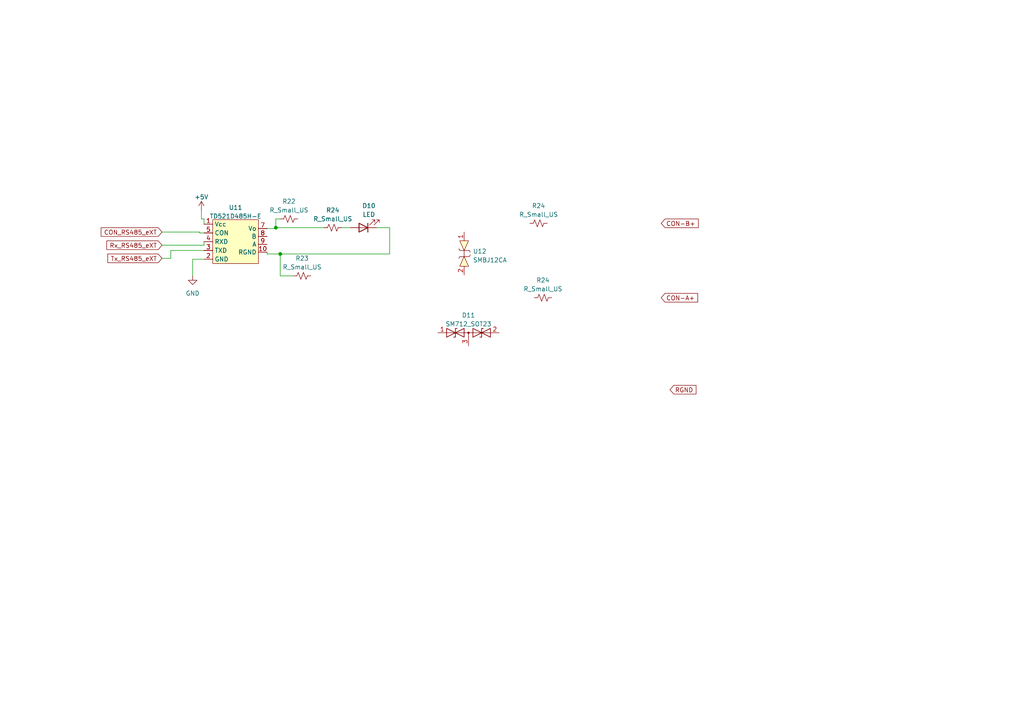
<source format=kicad_sch>
(kicad_sch (version 20230121) (generator eeschema)

  (uuid 058695a2-ad8f-40fd-a301-8e1d8656ddfe)

  (paper "A4")

  (lib_symbols
    (symbol "Device:LED" (pin_numbers hide) (pin_names (offset 1.016) hide) (in_bom yes) (on_board yes)
      (property "Reference" "D" (at 0 2.54 0)
        (effects (font (size 1.27 1.27)))
      )
      (property "Value" "LED" (at 0 -2.54 0)
        (effects (font (size 1.27 1.27)))
      )
      (property "Footprint" "" (at 0 0 0)
        (effects (font (size 1.27 1.27)) hide)
      )
      (property "Datasheet" "~" (at 0 0 0)
        (effects (font (size 1.27 1.27)) hide)
      )
      (property "ki_keywords" "LED diode" (at 0 0 0)
        (effects (font (size 1.27 1.27)) hide)
      )
      (property "ki_description" "Light emitting diode" (at 0 0 0)
        (effects (font (size 1.27 1.27)) hide)
      )
      (property "ki_fp_filters" "LED* LED_SMD:* LED_THT:*" (at 0 0 0)
        (effects (font (size 1.27 1.27)) hide)
      )
      (symbol "LED_0_1"
        (polyline
          (pts
            (xy -1.27 -1.27)
            (xy -1.27 1.27)
          )
          (stroke (width 0.254) (type default))
          (fill (type none))
        )
        (polyline
          (pts
            (xy -1.27 0)
            (xy 1.27 0)
          )
          (stroke (width 0) (type default))
          (fill (type none))
        )
        (polyline
          (pts
            (xy 1.27 -1.27)
            (xy 1.27 1.27)
            (xy -1.27 0)
            (xy 1.27 -1.27)
          )
          (stroke (width 0.254) (type default))
          (fill (type none))
        )
        (polyline
          (pts
            (xy -3.048 -0.762)
            (xy -4.572 -2.286)
            (xy -3.81 -2.286)
            (xy -4.572 -2.286)
            (xy -4.572 -1.524)
          )
          (stroke (width 0) (type default))
          (fill (type none))
        )
        (polyline
          (pts
            (xy -1.778 -0.762)
            (xy -3.302 -2.286)
            (xy -2.54 -2.286)
            (xy -3.302 -2.286)
            (xy -3.302 -1.524)
          )
          (stroke (width 0) (type default))
          (fill (type none))
        )
      )
      (symbol "LED_1_1"
        (pin passive line (at -3.81 0 0) (length 2.54)
          (name "K" (effects (font (size 1.27 1.27))))
          (number "1" (effects (font (size 1.27 1.27))))
        )
        (pin passive line (at 3.81 0 180) (length 2.54)
          (name "A" (effects (font (size 1.27 1.27))))
          (number "2" (effects (font (size 1.27 1.27))))
        )
      )
    )
    (symbol "Device:R_Small_US" (pin_numbers hide) (pin_names (offset 0.254) hide) (in_bom yes) (on_board yes)
      (property "Reference" "R" (at 0.762 0.508 0)
        (effects (font (size 1.27 1.27)) (justify left))
      )
      (property "Value" "R_Small_US" (at 0.762 -1.016 0)
        (effects (font (size 1.27 1.27)) (justify left))
      )
      (property "Footprint" "" (at 0 0 0)
        (effects (font (size 1.27 1.27)) hide)
      )
      (property "Datasheet" "~" (at 0 0 0)
        (effects (font (size 1.27 1.27)) hide)
      )
      (property "ki_keywords" "r resistor" (at 0 0 0)
        (effects (font (size 1.27 1.27)) hide)
      )
      (property "ki_description" "Resistor, small US symbol" (at 0 0 0)
        (effects (font (size 1.27 1.27)) hide)
      )
      (property "ki_fp_filters" "R_*" (at 0 0 0)
        (effects (font (size 1.27 1.27)) hide)
      )
      (symbol "R_Small_US_1_1"
        (polyline
          (pts
            (xy 0 0)
            (xy 1.016 -0.381)
            (xy 0 -0.762)
            (xy -1.016 -1.143)
            (xy 0 -1.524)
          )
          (stroke (width 0) (type default))
          (fill (type none))
        )
        (polyline
          (pts
            (xy 0 1.524)
            (xy 1.016 1.143)
            (xy 0 0.762)
            (xy -1.016 0.381)
            (xy 0 0)
          )
          (stroke (width 0) (type default))
          (fill (type none))
        )
        (pin passive line (at 0 2.54 270) (length 1.016)
          (name "~" (effects (font (size 1.27 1.27))))
          (number "1" (effects (font (size 1.27 1.27))))
        )
        (pin passive line (at 0 -2.54 90) (length 1.016)
          (name "~" (effects (font (size 1.27 1.27))))
          (number "2" (effects (font (size 1.27 1.27))))
        )
      )
    )
    (symbol "Diode:SM712_SOT23" (pin_names (offset 1.016) hide) (in_bom yes) (on_board yes)
      (property "Reference" "D" (at 0 4.445 0)
        (effects (font (size 1.27 1.27)))
      )
      (property "Value" "SM712_SOT23" (at 0 2.54 0)
        (effects (font (size 1.27 1.27)))
      )
      (property "Footprint" "Package_TO_SOT_SMD:SOT-23" (at 0 -8.89 0)
        (effects (font (size 1.27 1.27)) hide)
      )
      (property "Datasheet" "https://www.littelfuse.com/~/media/electronics/datasheets/tvs_diode_arrays/littelfuse_tvs_diode_array_sm712_datasheet.pdf.pdf" (at -3.81 0 0)
        (effects (font (size 1.27 1.27)) hide)
      )
      (property "ki_keywords" "transient voltage suppressor thyrector transil" (at 0 0 0)
        (effects (font (size 1.27 1.27)) hide)
      )
      (property "ki_description" "7V/12V, 600W Asymmetrical TVS Diode Array, SOT-23" (at 0 0 0)
        (effects (font (size 1.27 1.27)) hide)
      )
      (property "ki_fp_filters" "SOT?23*" (at 0 0 0)
        (effects (font (size 1.27 1.27)) hide)
      )
      (symbol "SM712_SOT23_0_0"
        (polyline
          (pts
            (xy 0 -1.27)
            (xy 0 0)
          )
          (stroke (width 0) (type default))
          (fill (type none))
        )
      )
      (symbol "SM712_SOT23_0_1"
        (polyline
          (pts
            (xy -6.35 0)
            (xy 6.35 0)
          )
          (stroke (width 0) (type default))
          (fill (type none))
        )
        (polyline
          (pts
            (xy -3.302 1.27)
            (xy -3.81 1.27)
            (xy -3.81 -1.27)
            (xy -4.318 -1.27)
          )
          (stroke (width 0.2032) (type default))
          (fill (type none))
        )
        (polyline
          (pts
            (xy 4.318 1.27)
            (xy 3.81 1.27)
            (xy 3.81 -1.27)
            (xy 3.302 -1.27)
          )
          (stroke (width 0.2032) (type default))
          (fill (type none))
        )
        (polyline
          (pts
            (xy -6.35 -1.27)
            (xy -1.27 1.27)
            (xy -1.27 -1.27)
            (xy -6.35 1.27)
            (xy -6.35 -1.27)
          )
          (stroke (width 0.2032) (type default))
          (fill (type none))
        )
        (polyline
          (pts
            (xy 1.27 -1.27)
            (xy 1.27 1.27)
            (xy 6.35 -1.27)
            (xy 6.35 1.27)
            (xy 1.27 -1.27)
          )
          (stroke (width 0.2032) (type default))
          (fill (type none))
        )
        (circle (center 0 0) (radius 0.254)
          (stroke (width 0) (type default))
          (fill (type outline))
        )
      )
      (symbol "SM712_SOT23_1_1"
        (pin passive line (at -8.89 0 0) (length 2.54)
          (name "A1" (effects (font (size 1.27 1.27))))
          (number "1" (effects (font (size 1.27 1.27))))
        )
        (pin passive line (at 8.89 0 180) (length 2.54)
          (name "A2" (effects (font (size 1.27 1.27))))
          (number "2" (effects (font (size 1.27 1.27))))
        )
        (pin input line (at 0 -3.81 90) (length 2.54)
          (name "common" (effects (font (size 1.27 1.27))))
          (number "3" (effects (font (size 1.27 1.27))))
        )
      )
    )
    (symbol "nuevos simvolos:SMBJ12CA" (in_bom yes) (on_board yes)
      (property "Reference" "U" (at 6.858 5.588 0)
        (effects (font (size 1.27 1.27)))
      )
      (property "Value" "SMBJ12CA" (at 6.858 4.064 0)
        (effects (font (size 1.27 1.27)))
      )
      (property "Footprint" "nuevo simbolo:SMBJ12CA" (at 6.858 5.588 0)
        (effects (font (size 1.27 1.27)) hide)
      )
      (property "Datasheet" "https://pdf1.alldatasheet.com/datasheet-pdf/view/568474/SOCAY/SMBJ12CA.html" (at 6.858 5.588 0)
        (effects (font (size 1.27 1.27)) hide)
      )
      (symbol "SMBJ12CA_0_1"
        (polyline
          (pts
            (xy 0 7.366)
            (xy 0 5.588)
          )
          (stroke (width 0) (type default))
          (fill (type none))
        )
        (polyline
          (pts
            (xy -1.524 5.08)
            (xy -1.27 5.588)
            (xy 1.524 5.588)
            (xy 1.778 6.096)
          )
          (stroke (width 0) (type default))
          (fill (type none))
        )
        (polyline
          (pts
            (xy -1.524 7.874)
            (xy -1.27 7.366)
            (xy 1.524 7.366)
            (xy 1.778 6.858)
          )
          (stroke (width 0) (type default))
          (fill (type none))
        )
        (polyline
          (pts
            (xy 0 5.588)
            (xy -1.27 2.794)
            (xy 1.27 2.794)
            (xy 0 5.588)
          )
          (stroke (width 0) (type default))
          (fill (type background))
        )
        (polyline
          (pts
            (xy 0 7.366)
            (xy -1.27 10.16)
            (xy 1.27 10.16)
            (xy 0 7.366)
          )
          (stroke (width 0) (type default))
          (fill (type background))
        )
      )
      (symbol "SMBJ12CA_1_1"
        (pin bidirectional line (at 0 12.7 270) (length 2.54)
          (name "" (effects (font (size 1.27 1.27))))
          (number "1" (effects (font (size 1.27 1.27))))
        )
        (pin bidirectional line (at 0 0.254 90) (length 2.54)
          (name "" (effects (font (size 1.27 1.27))))
          (number "2" (effects (font (size 1.27 1.27))))
        )
      )
    )
    (symbol "nuevos simvolos:TD521D485H-E" (in_bom yes) (on_board yes)
      (property "Reference" "U" (at 0 0 0)
        (effects (font (size 1.27 1.27)))
      )
      (property "Value" "TD521D485H-E" (at 0.254 -1.524 0)
        (effects (font (size 1.27 1.27)))
      )
      (property "Footprint" "nuevo simbolo:TD521D485H-E" (at 0 0 0)
        (effects (font (size 1.27 1.27)) hide)
      )
      (property "Datasheet" "https://www.digchip.com/datasheets/parts/datasheet/2/1007/TD521D485H-E-pdf.php" (at 0 0 0)
        (effects (font (size 1.27 1.27)) hide)
      )
      (symbol "TD521D485H-E_0_1"
        (rectangle (start -6.35 14.224) (end 6.858 1.524)
          (stroke (width 0) (type default))
          (fill (type background))
        )
      )
      (symbol "TD521D485H-E_1_1"
        (pin input line (at -8.89 12.954 0) (length 2.54)
          (name "Vcc" (effects (font (size 1.27 1.27))))
          (number "1" (effects (font (size 1.27 1.27))))
        )
        (pin output line (at 9.398 4.826 180) (length 2.54)
          (name "RGND" (effects (font (size 1.27 1.27))))
          (number "10" (effects (font (size 1.27 1.27))))
        )
        (pin output line (at -8.89 2.794 0) (length 2.54)
          (name "GND" (effects (font (size 1.27 1.27))))
          (number "2" (effects (font (size 1.27 1.27))))
        )
        (pin bidirectional line (at -8.89 5.334 0) (length 2.54)
          (name "TXD" (effects (font (size 1.27 1.27))))
          (number "3" (effects (font (size 1.27 1.27))))
        )
        (pin bidirectional line (at -8.89 7.874 0) (length 2.54)
          (name "RXD" (effects (font (size 1.27 1.27))))
          (number "4" (effects (font (size 1.27 1.27))))
        )
        (pin bidirectional line (at -8.89 10.414 0) (length 2.54)
          (name "CON" (effects (font (size 1.27 1.27))))
          (number "5" (effects (font (size 1.27 1.27))))
        )
        (pin output line (at 9.398 11.684 180) (length 2.54)
          (name "Vo" (effects (font (size 1.27 1.27))))
          (number "7" (effects (font (size 1.27 1.27))))
        )
        (pin bidirectional line (at 9.398 9.398 180) (length 2.54)
          (name "B" (effects (font (size 1.27 1.27))))
          (number "8" (effects (font (size 1.27 1.27))))
        )
        (pin bidirectional line (at 9.398 7.112 180) (length 2.54)
          (name "A" (effects (font (size 1.27 1.27))))
          (number "9" (effects (font (size 1.27 1.27))))
        )
      )
    )
    (symbol "power:+5V" (power) (pin_names (offset 0)) (in_bom yes) (on_board yes)
      (property "Reference" "#PWR" (at 0 -3.81 0)
        (effects (font (size 1.27 1.27)) hide)
      )
      (property "Value" "+5V" (at 0 3.556 0)
        (effects (font (size 1.27 1.27)))
      )
      (property "Footprint" "" (at 0 0 0)
        (effects (font (size 1.27 1.27)) hide)
      )
      (property "Datasheet" "" (at 0 0 0)
        (effects (font (size 1.27 1.27)) hide)
      )
      (property "ki_keywords" "global power" (at 0 0 0)
        (effects (font (size 1.27 1.27)) hide)
      )
      (property "ki_description" "Power symbol creates a global label with name \"+5V\"" (at 0 0 0)
        (effects (font (size 1.27 1.27)) hide)
      )
      (symbol "+5V_0_1"
        (polyline
          (pts
            (xy -0.762 1.27)
            (xy 0 2.54)
          )
          (stroke (width 0) (type default))
          (fill (type none))
        )
        (polyline
          (pts
            (xy 0 0)
            (xy 0 2.54)
          )
          (stroke (width 0) (type default))
          (fill (type none))
        )
        (polyline
          (pts
            (xy 0 2.54)
            (xy 0.762 1.27)
          )
          (stroke (width 0) (type default))
          (fill (type none))
        )
      )
      (symbol "+5V_1_1"
        (pin power_in line (at 0 0 90) (length 0) hide
          (name "+5V" (effects (font (size 1.27 1.27))))
          (number "1" (effects (font (size 1.27 1.27))))
        )
      )
    )
    (symbol "power:GND" (power) (pin_names (offset 0)) (in_bom yes) (on_board yes)
      (property "Reference" "#PWR" (at 0 -6.35 0)
        (effects (font (size 1.27 1.27)) hide)
      )
      (property "Value" "GND" (at 0 -3.81 0)
        (effects (font (size 1.27 1.27)))
      )
      (property "Footprint" "" (at 0 0 0)
        (effects (font (size 1.27 1.27)) hide)
      )
      (property "Datasheet" "" (at 0 0 0)
        (effects (font (size 1.27 1.27)) hide)
      )
      (property "ki_keywords" "global power" (at 0 0 0)
        (effects (font (size 1.27 1.27)) hide)
      )
      (property "ki_description" "Power symbol creates a global label with name \"GND\" , ground" (at 0 0 0)
        (effects (font (size 1.27 1.27)) hide)
      )
      (symbol "GND_0_1"
        (polyline
          (pts
            (xy 0 0)
            (xy 0 -1.27)
            (xy 1.27 -1.27)
            (xy 0 -2.54)
            (xy -1.27 -1.27)
            (xy 0 -1.27)
          )
          (stroke (width 0) (type default))
          (fill (type none))
        )
      )
      (symbol "GND_1_1"
        (pin power_in line (at 0 0 270) (length 0) hide
          (name "GND" (effects (font (size 1.27 1.27))))
          (number "1" (effects (font (size 1.27 1.27))))
        )
      )
    )
  )

  (junction (at 81.28 73.66) (diameter 0) (color 0 0 0 0)
    (uuid 6b6b6fa4-e9b5-4c9b-8ef0-04c19bab624e)
  )
  (junction (at 80.01 66.04) (diameter 0) (color 0 0 0 0)
    (uuid f4cce315-7c32-4a49-9744-20958e5402d1)
  )

  (wire (pts (xy 59.182 75.184) (xy 55.88 75.184))
    (stroke (width 0) (type default))
    (uuid 069a2e68-94cd-4d2c-a57c-6eb6ab163969)
  )
  (wire (pts (xy 57.912 67.31) (xy 46.99 67.31))
    (stroke (width 0) (type default))
    (uuid 0daa636c-6748-4fb2-98ef-d0eb3c02486f)
  )
  (wire (pts (xy 81.28 80.01) (xy 85.09 80.01))
    (stroke (width 0) (type default))
    (uuid 118610a9-be8a-485c-8b84-793451efa327)
  )
  (wire (pts (xy 57.912 67.564) (xy 57.912 67.31))
    (stroke (width 0) (type default))
    (uuid 21340b0e-01ea-457f-b559-d2e2bc75ff8d)
  )
  (wire (pts (xy 80.01 66.294) (xy 80.01 66.04))
    (stroke (width 0) (type default))
    (uuid 24d2fbd9-f01e-45a4-b52f-b57c33149f3d)
  )
  (wire (pts (xy 55.88 75.184) (xy 55.88 80.01))
    (stroke (width 0) (type default))
    (uuid 27080eab-fa88-4da4-8a5e-abe726680d93)
  )
  (wire (pts (xy 59.182 70.104) (xy 59.182 71.12))
    (stroke (width 0) (type default))
    (uuid 28d1ddb4-af06-4c79-a40b-300dad83d34f)
  )
  (wire (pts (xy 113.03 66.04) (xy 113.03 73.66))
    (stroke (width 0) (type default))
    (uuid 394a7028-16bb-4696-b489-ddd2cd833365)
  )
  (wire (pts (xy 59.182 71.12) (xy 46.99 71.12))
    (stroke (width 0) (type default))
    (uuid 39e70aef-57bc-426f-9e36-3e376ce1c82d)
  )
  (wire (pts (xy 77.47 73.66) (xy 81.28 73.66))
    (stroke (width 0) (type default))
    (uuid 3dec3558-885c-42a5-8356-f0597d9fb58a)
  )
  (wire (pts (xy 81.28 73.66) (xy 81.28 80.01))
    (stroke (width 0) (type default))
    (uuid 421b59a6-8aa4-4692-a853-16b323a60498)
  )
  (wire (pts (xy 59.182 72.644) (xy 49.53 72.644))
    (stroke (width 0) (type default))
    (uuid 52971b92-a503-41f6-9e3f-4946c612d654)
  )
  (wire (pts (xy 113.03 73.66) (xy 81.28 73.66))
    (stroke (width 0) (type default))
    (uuid 6e3693f0-8673-4352-9887-efc48911a824)
  )
  (wire (pts (xy 77.47 66.294) (xy 80.01 66.294))
    (stroke (width 0) (type default))
    (uuid 833a4b97-abf9-4a2c-9866-3f9f6ee06d71)
  )
  (wire (pts (xy 49.53 74.93) (xy 46.99 74.93))
    (stroke (width 0) (type default))
    (uuid 8e5c9053-952e-4c40-968d-2ba997501c3c)
  )
  (wire (pts (xy 109.22 66.04) (xy 113.03 66.04))
    (stroke (width 0) (type default))
    (uuid 9106d883-02c4-412d-af83-2156a14618ca)
  )
  (wire (pts (xy 57.912 67.564) (xy 59.182 67.564))
    (stroke (width 0) (type default))
    (uuid 951f349b-46a8-4352-a7e9-ced9280c22d1)
  )
  (wire (pts (xy 58.42 63.5) (xy 58.42 60.96))
    (stroke (width 0) (type default))
    (uuid 9c42f9c4-24c9-4e67-a1ad-57f4a0f65359)
  )
  (wire (pts (xy 99.06 66.04) (xy 101.6 66.04))
    (stroke (width 0) (type default))
    (uuid 9fa4d8c2-ebbb-4c9b-9fdf-ab9b7ac7efe2)
  )
  (wire (pts (xy 77.47 73.152) (xy 77.47 73.66))
    (stroke (width 0) (type default))
    (uuid a1590aa0-bf1e-4d50-adab-00cfdac58567)
  )
  (wire (pts (xy 49.53 72.644) (xy 49.53 74.93))
    (stroke (width 0) (type default))
    (uuid a8267e41-eb58-4a3f-842e-d7e69b012a4a)
  )
  (wire (pts (xy 80.01 66.04) (xy 93.98 66.04))
    (stroke (width 0) (type default))
    (uuid aef0cd95-832a-4163-b5d5-b1c502e58c57)
  )
  (wire (pts (xy 59.182 63.5) (xy 59.182 65.024))
    (stroke (width 0) (type default))
    (uuid bbe778b1-3def-4bad-8c4b-1c26c37a4b44)
  )
  (wire (pts (xy 59.182 63.5) (xy 58.42 63.5))
    (stroke (width 0) (type default))
    (uuid cdf65605-0237-45b7-a38d-8094217d2d54)
  )
  (wire (pts (xy 81.28 63.5) (xy 80.01 63.5))
    (stroke (width 0) (type default))
    (uuid e65a8d07-2d45-4bfe-8b60-f81a921c6c76)
  )
  (wire (pts (xy 80.01 63.5) (xy 80.01 66.04))
    (stroke (width 0) (type default))
    (uuid e809b79f-dcce-4194-8520-67fb4021f8b7)
  )

  (global_label "Tx_RS485_eXT" (shape input) (at 46.99 74.93 180) (fields_autoplaced)
    (effects (font (size 1.27 1.27)) (justify right))
    (uuid 61fe3b86-2642-4d8e-a412-2ffd934f2128)
    (property "Intersheetrefs" "${INTERSHEET_REFS}" (at 30.7796 74.93 0)
      (effects (font (size 1.27 1.27)) (justify right) hide)
    )
  )
  (global_label "CON-A+" (shape input) (at 191.77 86.36 0) (fields_autoplaced)
    (effects (font (size 1.27 1.27)) (justify left))
    (uuid 646b30ef-6ffd-454c-ad29-2ab5dac92cea)
    (property "Intersheetrefs" "${INTERSHEET_REFS}" (at 202.8402 86.36 0)
      (effects (font (size 1.27 1.27)) (justify left) hide)
    )
  )
  (global_label "CON_RS485_eXT" (shape input) (at 46.99 67.31 180) (fields_autoplaced)
    (effects (font (size 1.27 1.27)) (justify right))
    (uuid 79973c19-cf3f-4d9a-8060-baaf2eb466a6)
    (property "Intersheetrefs" "${INTERSHEET_REFS}" (at 28.8443 67.31 0)
      (effects (font (size 1.27 1.27)) (justify right) hide)
    )
  )
  (global_label "CON-B+" (shape input) (at 191.77 64.77 0) (fields_autoplaced)
    (effects (font (size 1.27 1.27)) (justify left))
    (uuid bb48369c-93af-49c4-90b7-efef2cd334e9)
    (property "Intersheetrefs" "${INTERSHEET_REFS}" (at 203.0216 64.77 0)
      (effects (font (size 1.27 1.27)) (justify left) hide)
    )
  )
  (global_label "Rx_RS485_eXT" (shape input) (at 46.99 71.12 180) (fields_autoplaced)
    (effects (font (size 1.27 1.27)) (justify right))
    (uuid cb702b5e-1d25-434b-8d49-ff45dad67890)
    (property "Intersheetrefs" "${INTERSHEET_REFS}" (at 30.4772 71.12 0)
      (effects (font (size 1.27 1.27)) (justify right) hide)
    )
  )
  (global_label "RGND" (shape input) (at 194.31 113.03 0) (fields_autoplaced)
    (effects (font (size 1.27 1.27)) (justify left))
    (uuid e669bf36-a651-4315-837b-f76e10e22781)
    (property "Intersheetrefs" "${INTERSHEET_REFS}" (at 202.3563 113.03 0)
      (effects (font (size 1.27 1.27)) (justify left) hide)
    )
  )

  (symbol (lib_id "power:+5V") (at 58.42 60.96 0) (unit 1)
    (in_bom yes) (on_board yes) (dnp no) (fields_autoplaced)
    (uuid 30a3a2f3-bf10-4355-a248-d01e62fe8a53)
    (property "Reference" "#PWR010" (at 58.42 64.77 0)
      (effects (font (size 1.27 1.27)) hide)
    )
    (property "Value" "+5V" (at 58.42 57.15 0)
      (effects (font (size 1.27 1.27)))
    )
    (property "Footprint" "" (at 58.42 60.96 0)
      (effects (font (size 1.27 1.27)) hide)
    )
    (property "Datasheet" "" (at 58.42 60.96 0)
      (effects (font (size 1.27 1.27)) hide)
    )
    (pin "1" (uuid 075efcc5-d62c-4874-9aeb-a5af69922dba))
    (instances
      (project "proyeto"
        (path "/b66868b8-c283-4ef1-82e8-af9f092560ee/a72b2232-0de7-4df7-b592-ee0f1cdb2f92/80608ede-77c7-4a61-892f-36dbc3009587"
          (reference "#PWR010") (unit 1)
        )
        (path "/b66868b8-c283-4ef1-82e8-af9f092560ee/a72b2232-0de7-4df7-b592-ee0f1cdb2f92/8f3560d8-3953-414c-92c5-d637211a2832"
          (reference "#PWR010") (unit 1)
        )
      )
    )
  )

  (symbol (lib_id "power:GND") (at 55.88 80.01 0) (unit 1)
    (in_bom yes) (on_board yes) (dnp no) (fields_autoplaced)
    (uuid 3bc5806b-241c-4e5b-b6c8-8dd2492f992d)
    (property "Reference" "#PWR033" (at 55.88 86.36 0)
      (effects (font (size 1.27 1.27)) hide)
    )
    (property "Value" "GND" (at 55.88 85.09 0)
      (effects (font (size 1.27 1.27)))
    )
    (property "Footprint" "" (at 55.88 80.01 0)
      (effects (font (size 1.27 1.27)) hide)
    )
    (property "Datasheet" "" (at 55.88 80.01 0)
      (effects (font (size 1.27 1.27)) hide)
    )
    (pin "1" (uuid 7585dffc-539f-48d5-a8bc-571c24163c7e))
    (instances
      (project "proyeto"
        (path "/b66868b8-c283-4ef1-82e8-af9f092560ee/a72b2232-0de7-4df7-b592-ee0f1cdb2f92/8f3560d8-3953-414c-92c5-d637211a2832"
          (reference "#PWR033") (unit 1)
        )
      )
    )
  )

  (symbol (lib_id "Diode:SM712_SOT23") (at 135.89 96.52 0) (unit 1)
    (in_bom yes) (on_board yes) (dnp no) (fields_autoplaced)
    (uuid 527d7d36-eea3-4edb-a560-6b7c8caff68e)
    (property "Reference" "D11" (at 135.89 91.44 0)
      (effects (font (size 1.27 1.27)))
    )
    (property "Value" "SM712_SOT23" (at 135.89 93.98 0)
      (effects (font (size 1.27 1.27)))
    )
    (property "Footprint" "Package_TO_SOT_SMD:SOT-23" (at 135.89 105.41 0)
      (effects (font (size 1.27 1.27)) hide)
    )
    (property "Datasheet" "https://www.littelfuse.com/~/media/electronics/datasheets/tvs_diode_arrays/littelfuse_tvs_diode_array_sm712_datasheet.pdf.pdf" (at 132.08 96.52 0)
      (effects (font (size 1.27 1.27)) hide)
    )
    (pin "1" (uuid 040daeff-bdd1-421e-a3b8-f256814243ca))
    (pin "2" (uuid 21043d5c-111a-4e3c-819b-e4157f678aea))
    (pin "3" (uuid dd2ccf67-1d0c-4590-9a8a-9db1b529fbd8))
    (instances
      (project "proyeto"
        (path "/b66868b8-c283-4ef1-82e8-af9f092560ee/a72b2232-0de7-4df7-b592-ee0f1cdb2f92/8f3560d8-3953-414c-92c5-d637211a2832"
          (reference "D11") (unit 1)
        )
      )
    )
  )

  (symbol (lib_id "Device:R_Small_US") (at 87.63 80.01 90) (unit 1)
    (in_bom yes) (on_board yes) (dnp no) (fields_autoplaced)
    (uuid 615bcc9d-ba71-43c7-8627-37d19a8444c1)
    (property "Reference" "R23" (at 87.63 74.93 90)
      (effects (font (size 1.27 1.27)))
    )
    (property "Value" "R_Small_US" (at 87.63 77.47 90)
      (effects (font (size 1.27 1.27)))
    )
    (property "Footprint" "" (at 87.63 80.01 0)
      (effects (font (size 1.27 1.27)) hide)
    )
    (property "Datasheet" "~" (at 87.63 80.01 0)
      (effects (font (size 1.27 1.27)) hide)
    )
    (pin "1" (uuid 4234b7a8-5327-4841-b8a6-bccd16d68e1b))
    (pin "2" (uuid 3380d580-e51a-4d1a-8c84-94555aed2dc2))
    (instances
      (project "proyeto"
        (path "/b66868b8-c283-4ef1-82e8-af9f092560ee/a72b2232-0de7-4df7-b592-ee0f1cdb2f92/80608ede-77c7-4a61-892f-36dbc3009587"
          (reference "R23") (unit 1)
        )
        (path "/b66868b8-c283-4ef1-82e8-af9f092560ee/a72b2232-0de7-4df7-b592-ee0f1cdb2f92/8f3560d8-3953-414c-92c5-d637211a2832"
          (reference "R23") (unit 1)
        )
      )
    )
  )

  (symbol (lib_id "nuevos simvolos:SMBJ12CA") (at 134.62 80.01 0) (unit 1)
    (in_bom yes) (on_board yes) (dnp no) (fields_autoplaced)
    (uuid 69105ac8-241a-43f7-bec0-46f66ac631b8)
    (property "Reference" "U12" (at 137.16 72.898 0)
      (effects (font (size 1.27 1.27)) (justify left))
    )
    (property "Value" "SMBJ12CA" (at 137.16 75.438 0)
      (effects (font (size 1.27 1.27)) (justify left))
    )
    (property "Footprint" "nuevo simbolo:SMBJ12CA" (at 141.478 74.422 0)
      (effects (font (size 1.27 1.27)) hide)
    )
    (property "Datasheet" "https://pdf1.alldatasheet.com/datasheet-pdf/view/568474/SOCAY/SMBJ12CA.html" (at 141.478 74.422 0)
      (effects (font (size 1.27 1.27)) hide)
    )
    (pin "1" (uuid 1b597393-7ed4-4975-af05-eb688bb418b8))
    (pin "2" (uuid 5fcf5f97-2ad8-4a3e-90d1-fa1b4b58e438))
    (instances
      (project "proyeto"
        (path "/b66868b8-c283-4ef1-82e8-af9f092560ee/a72b2232-0de7-4df7-b592-ee0f1cdb2f92/8f3560d8-3953-414c-92c5-d637211a2832"
          (reference "U12") (unit 1)
        )
      )
    )
  )

  (symbol (lib_id "Device:R_Small_US") (at 83.82 63.5 90) (unit 1)
    (in_bom yes) (on_board yes) (dnp no) (fields_autoplaced)
    (uuid 70fca1b0-7c3b-4943-a211-5e27da5a881c)
    (property "Reference" "R22" (at 83.82 58.42 90)
      (effects (font (size 1.27 1.27)))
    )
    (property "Value" "R_Small_US" (at 83.82 60.96 90)
      (effects (font (size 1.27 1.27)))
    )
    (property "Footprint" "" (at 83.82 63.5 0)
      (effects (font (size 1.27 1.27)) hide)
    )
    (property "Datasheet" "~" (at 83.82 63.5 0)
      (effects (font (size 1.27 1.27)) hide)
    )
    (pin "1" (uuid 66daf905-62a7-4223-91b1-daa462d49a1b))
    (pin "2" (uuid e5ec1a8e-ecdb-458b-8f70-8f6cc38385c4))
    (instances
      (project "proyeto"
        (path "/b66868b8-c283-4ef1-82e8-af9f092560ee/a72b2232-0de7-4df7-b592-ee0f1cdb2f92/80608ede-77c7-4a61-892f-36dbc3009587"
          (reference "R22") (unit 1)
        )
        (path "/b66868b8-c283-4ef1-82e8-af9f092560ee/a72b2232-0de7-4df7-b592-ee0f1cdb2f92/8f3560d8-3953-414c-92c5-d637211a2832"
          (reference "R22") (unit 1)
        )
      )
    )
  )

  (symbol (lib_id "Device:R_Small_US") (at 157.48 86.36 90) (unit 1)
    (in_bom yes) (on_board yes) (dnp no) (fields_autoplaced)
    (uuid 7898d43a-9b06-43d0-9cd7-3b0b04653486)
    (property "Reference" "R24" (at 157.48 81.28 90)
      (effects (font (size 1.27 1.27)))
    )
    (property "Value" "R_Small_US" (at 157.48 83.82 90)
      (effects (font (size 1.27 1.27)))
    )
    (property "Footprint" "" (at 157.48 86.36 0)
      (effects (font (size 1.27 1.27)) hide)
    )
    (property "Datasheet" "~" (at 157.48 86.36 0)
      (effects (font (size 1.27 1.27)) hide)
    )
    (pin "1" (uuid fcc501e8-ddc9-44da-ba03-8dfa20266e96))
    (pin "2" (uuid e7a1c105-16bc-4b90-8e3d-ffaf7ce5e0bc))
    (instances
      (project "proyeto"
        (path "/b66868b8-c283-4ef1-82e8-af9f092560ee/a72b2232-0de7-4df7-b592-ee0f1cdb2f92/80608ede-77c7-4a61-892f-36dbc3009587"
          (reference "R24") (unit 1)
        )
        (path "/b66868b8-c283-4ef1-82e8-af9f092560ee/a72b2232-0de7-4df7-b592-ee0f1cdb2f92/8f3560d8-3953-414c-92c5-d637211a2832"
          (reference "R26") (unit 1)
        )
      )
    )
  )

  (symbol (lib_id "Device:R_Small_US") (at 96.52 66.04 90) (unit 1)
    (in_bom yes) (on_board yes) (dnp no) (fields_autoplaced)
    (uuid 9e15309c-9242-492a-9829-1351ca70a625)
    (property "Reference" "R24" (at 96.52 60.96 90)
      (effects (font (size 1.27 1.27)))
    )
    (property "Value" "R_Small_US" (at 96.52 63.5 90)
      (effects (font (size 1.27 1.27)))
    )
    (property "Footprint" "" (at 96.52 66.04 0)
      (effects (font (size 1.27 1.27)) hide)
    )
    (property "Datasheet" "~" (at 96.52 66.04 0)
      (effects (font (size 1.27 1.27)) hide)
    )
    (pin "1" (uuid 33ce4660-0ab5-431a-af59-a5d4812a8686))
    (pin "2" (uuid e013c163-a39b-4382-b47d-0c7b31595037))
    (instances
      (project "proyeto"
        (path "/b66868b8-c283-4ef1-82e8-af9f092560ee/a72b2232-0de7-4df7-b592-ee0f1cdb2f92/80608ede-77c7-4a61-892f-36dbc3009587"
          (reference "R24") (unit 1)
        )
        (path "/b66868b8-c283-4ef1-82e8-af9f092560ee/a72b2232-0de7-4df7-b592-ee0f1cdb2f92/8f3560d8-3953-414c-92c5-d637211a2832"
          (reference "R24") (unit 1)
        )
      )
    )
  )

  (symbol (lib_id "Device:R_Small_US") (at 156.21 64.77 90) (unit 1)
    (in_bom yes) (on_board yes) (dnp no) (fields_autoplaced)
    (uuid a55d8efd-8f55-49af-8e75-e1841e3c6aad)
    (property "Reference" "R24" (at 156.21 59.69 90)
      (effects (font (size 1.27 1.27)))
    )
    (property "Value" "R_Small_US" (at 156.21 62.23 90)
      (effects (font (size 1.27 1.27)))
    )
    (property "Footprint" "" (at 156.21 64.77 0)
      (effects (font (size 1.27 1.27)) hide)
    )
    (property "Datasheet" "~" (at 156.21 64.77 0)
      (effects (font (size 1.27 1.27)) hide)
    )
    (pin "1" (uuid cca4b86d-7357-488c-afb3-e2ef32f9aaeb))
    (pin "2" (uuid 14341809-9410-4127-8775-696e023e5e36))
    (instances
      (project "proyeto"
        (path "/b66868b8-c283-4ef1-82e8-af9f092560ee/a72b2232-0de7-4df7-b592-ee0f1cdb2f92/80608ede-77c7-4a61-892f-36dbc3009587"
          (reference "R24") (unit 1)
        )
        (path "/b66868b8-c283-4ef1-82e8-af9f092560ee/a72b2232-0de7-4df7-b592-ee0f1cdb2f92/8f3560d8-3953-414c-92c5-d637211a2832"
          (reference "R25") (unit 1)
        )
      )
    )
  )

  (symbol (lib_id "Device:LED") (at 105.41 66.04 180) (unit 1)
    (in_bom yes) (on_board yes) (dnp no) (fields_autoplaced)
    (uuid c02e37fc-d2c1-4bb3-95f3-3bbebaa059ab)
    (property "Reference" "D10" (at 106.9975 59.69 0)
      (effects (font (size 1.27 1.27)))
    )
    (property "Value" "LED" (at 106.9975 62.23 0)
      (effects (font (size 1.27 1.27)))
    )
    (property "Footprint" "" (at 105.41 66.04 0)
      (effects (font (size 1.27 1.27)) hide)
    )
    (property "Datasheet" "~" (at 105.41 66.04 0)
      (effects (font (size 1.27 1.27)) hide)
    )
    (pin "1" (uuid c71129b1-4368-4294-99ed-bbcd36e31557))
    (pin "2" (uuid 80f8f13b-bb57-45c8-9c24-a37a0838b443))
    (instances
      (project "proyeto"
        (path "/b66868b8-c283-4ef1-82e8-af9f092560ee/a72b2232-0de7-4df7-b592-ee0f1cdb2f92/80608ede-77c7-4a61-892f-36dbc3009587"
          (reference "D10") (unit 1)
        )
        (path "/b66868b8-c283-4ef1-82e8-af9f092560ee/a72b2232-0de7-4df7-b592-ee0f1cdb2f92/8f3560d8-3953-414c-92c5-d637211a2832"
          (reference "D10") (unit 1)
        )
      )
    )
  )

  (symbol (lib_id "nuevos simvolos:TD521D485H-E") (at 68.072 77.978 0) (unit 1)
    (in_bom yes) (on_board yes) (dnp no) (fields_autoplaced)
    (uuid d3875c17-e7de-4ba4-a206-b02d69328856)
    (property "Reference" "U11" (at 68.326 60.198 0)
      (effects (font (size 1.27 1.27)))
    )
    (property "Value" "TD521D485H-E" (at 68.326 62.738 0)
      (effects (font (size 1.27 1.27)))
    )
    (property "Footprint" "nuevo simbolo:TD521D485H-E" (at 68.072 77.978 0)
      (effects (font (size 1.27 1.27)) hide)
    )
    (property "Datasheet" "https://www.digchip.com/datasheets/parts/datasheet/2/1007/TD521D485H-E-pdf.php" (at 68.072 77.978 0)
      (effects (font (size 1.27 1.27)) hide)
    )
    (pin "1" (uuid 63e93a2f-5c6d-44bb-8723-703ba86389c6))
    (pin "10" (uuid d52bbfe2-40ab-4fb3-9782-41cb2013a528))
    (pin "2" (uuid b0092cc0-9c6b-4153-92f7-3d7686d9d01c))
    (pin "3" (uuid a72b2fd9-282a-427e-85f7-05e94805385c))
    (pin "4" (uuid 634e744b-4290-4278-8fba-2d0ca73bcc5e))
    (pin "5" (uuid 8ec5b9bd-722b-4f8c-8408-a5d62658e171))
    (pin "7" (uuid ed4be3ba-d2ff-4728-8922-f76f8f3da918))
    (pin "8" (uuid fe09fe1c-7dd6-4d1b-9fc1-2260c0a63090))
    (pin "9" (uuid 992e3053-0b32-4241-ac1c-54b0b1a60eb8))
    (instances
      (project "proyeto"
        (path "/b66868b8-c283-4ef1-82e8-af9f092560ee/a72b2232-0de7-4df7-b592-ee0f1cdb2f92/8f3560d8-3953-414c-92c5-d637211a2832"
          (reference "U11") (unit 1)
        )
      )
    )
  )
)

</source>
